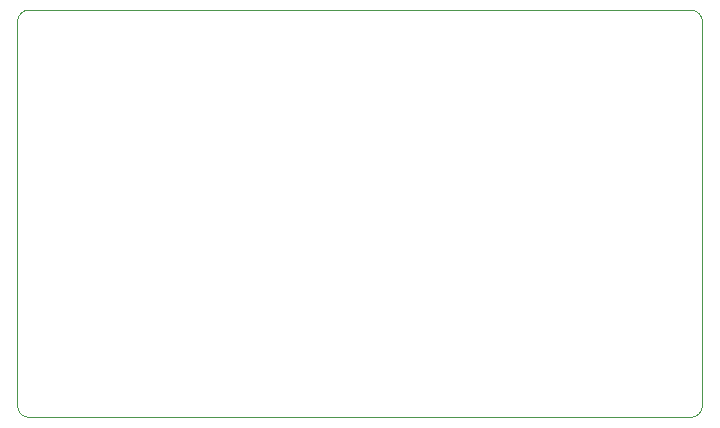
<source format=gbr>
%TF.GenerationSoftware,KiCad,Pcbnew,8.0.6*%
%TF.CreationDate,2024-11-26T20:51:27-05:00*%
%TF.ProjectId,pb_mobo_final,70625f6d-6f62-46f5-9f66-696e616c2e6b,rev?*%
%TF.SameCoordinates,Original*%
%TF.FileFunction,Profile,NP*%
%FSLAX46Y46*%
G04 Gerber Fmt 4.6, Leading zero omitted, Abs format (unit mm)*
G04 Created by KiCad (PCBNEW 8.0.6) date 2024-11-26 20:51:27*
%MOMM*%
%LPD*%
G01*
G04 APERTURE LIST*
%TA.AperFunction,Profile*%
%ADD10C,0.050000*%
%TD*%
G04 APERTURE END LIST*
D10*
X156000000Y-100500000D02*
G75*
G02*
X155000000Y-99500000I0J1000000D01*
G01*
X155000000Y-67000000D02*
G75*
G02*
X156000000Y-66000000I1000000J0D01*
G01*
X212000000Y-66000000D02*
G75*
G02*
X213000000Y-67000000I0J-1000000D01*
G01*
X213000000Y-99500000D02*
G75*
G02*
X212000000Y-100500000I-1000000J0D01*
G01*
X155000000Y-99500000D02*
X155000000Y-67000000D01*
X212000000Y-100500000D02*
X156000000Y-100500000D01*
X213000000Y-67000000D02*
X213000000Y-99500000D01*
X156000000Y-66000000D02*
X212000000Y-66000000D01*
M02*

</source>
